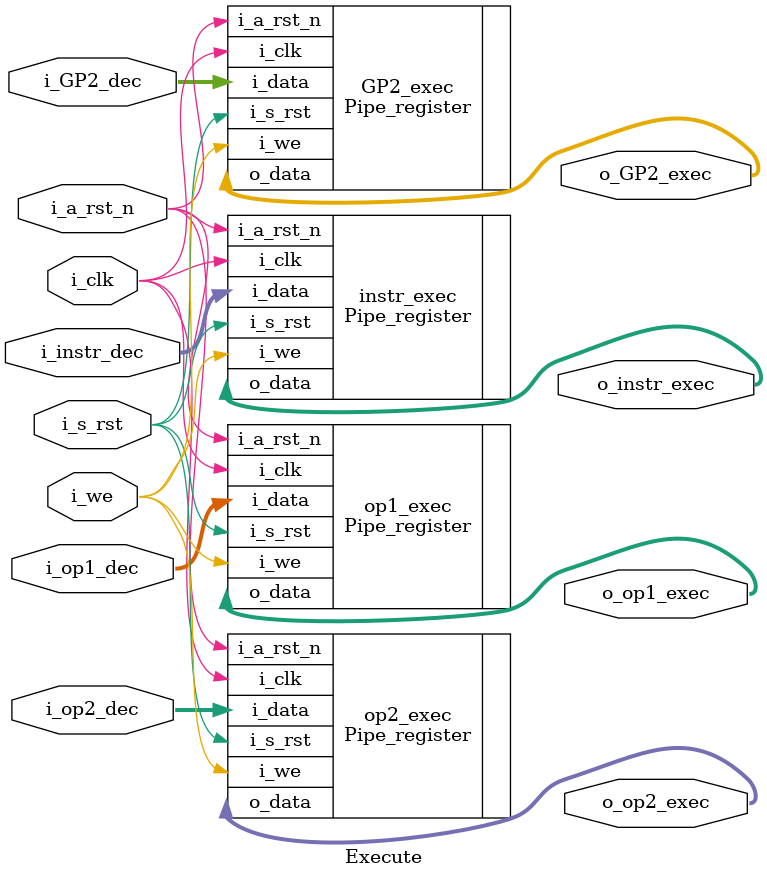
<source format=v>
module Execute (i_clk,
                i_a_rst_n,
                i_s_rst,
                i_we,
                i_instr_dec,
                i_op1_dec,
                i_op2_dec,
                o_instr_exec,
                o_op1_exec,
                o_op2_exec,
                i_GP2_dec,
                o_GP2_exec
                );
              

input   [31:0] i_instr_dec, i_op1_dec, i_op2_dec, i_GP2_dec;
input          i_clk, i_a_rst_n, i_s_rst, i_we;
output  [31:0] o_instr_exec, o_op1_exec, o_op2_exec, o_GP2_exec;

Pipe_register 
#(.WIDTH(32)) instr_exec( .i_clk       (i_clk),
                          .i_a_rst_n   (i_a_rst_n),
                          .i_s_rst     (i_s_rst),
                          .i_we        (i_we),
                          .i_data      (i_instr_dec),
                          .o_data      (o_instr_exec)
                        );

Pipe_register 
#(.WIDTH(32)) op1_exec(   .i_clk       (i_clk),
                          .i_a_rst_n   (i_a_rst_n),
                          .i_s_rst     (i_s_rst),
                          .i_we        (i_we),
                          .i_data      (i_op1_dec),
                          .o_data      (o_op1_exec)
                       );

Pipe_register 
#(.WIDTH(32)) op2_exec(   .i_clk       (i_clk),
                          .i_a_rst_n   (i_a_rst_n),
                          .i_s_rst     (i_s_rst),
                          .i_we        (i_we),
                          .i_data      (i_op2_dec),
                          .o_data      (o_op2_exec)
                       );
                       
Pipe_register 
#(.WIDTH(32)) GP2_exec(   .i_clk       (i_clk),
                          .i_a_rst_n   (i_a_rst_n),
                          .i_s_rst     (i_s_rst),
                          .i_we        (i_we),
                          .i_data      (i_GP2_dec),
                          .o_data      (o_GP2_exec)
                       );                      
endmodule


</source>
